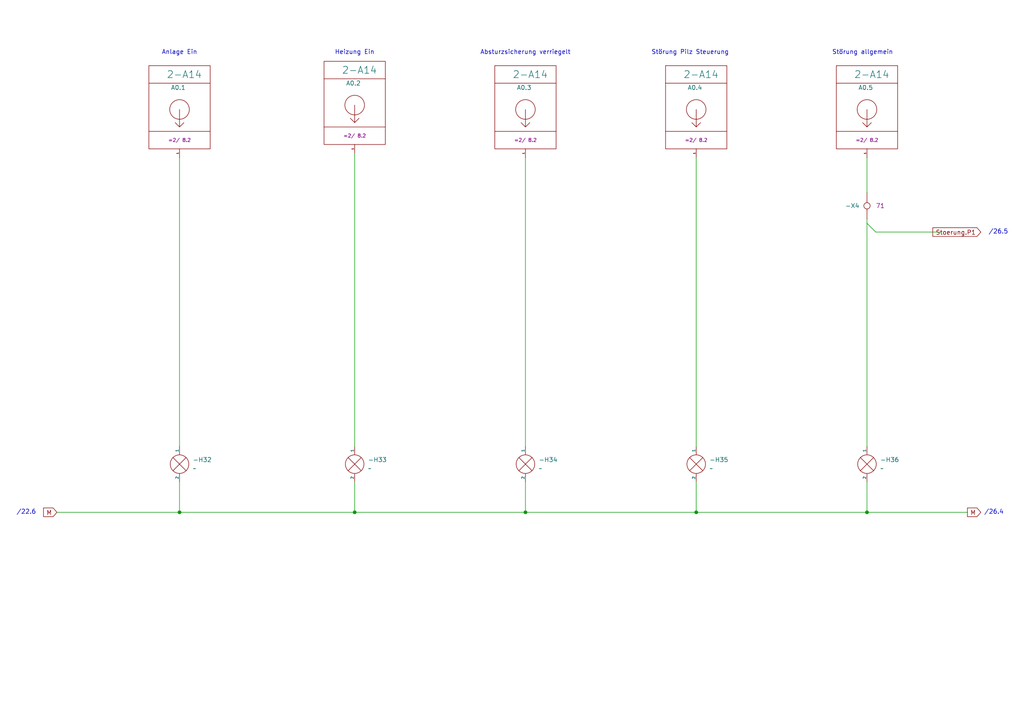
<source format=kicad_sch>
(kicad_sch (version 20250114) (generator "eeschema") (generator_version "9.0")
  (paper "A4")
  (title_block (comment 4 "11"))
  (lib_symbols
    (symbol "standart:Leuchte_(H)" (pin_numbers (hide yes)) (pin_names (offset 0))
      (property "Reference" "-H" (at -5.334 3.81 0))
      (symbol "Leuchte_(H)_0_1"
        (polyline (pts (xy -1.905 1.905) (xy 1.905 -1.905)))
        (polyline (pts (xy -1.905 -1.905) (xy 1.905 1.905)))
        (circle (center 0 0) (radius 2.6941))
      )
      (symbol "Leuchte_(H)_1_1"
        (pin passive line (at 0 5.08 270) (length 2.286) (name "1") (number "1"))
        (pin passive line (at 0 -5.08 90) (length 2.286) (name "2") (number "2"))
      )
    )
    (symbol "standart:PLC_OUT_(A)" (on_board no)
      (property "Reference" "-A" (at -6.35 10.16 0))
      (property "Target" "=Gruppe/ Seite.Pfad" (at 0 -8.89 0))
      (symbol "PLC_OUT_(A)_0_1"
        (rectangle (start -8.89 12.7) (end 8.89 -11.43))
        (polyline (pts (xy -8.89 7.62) (xy 8.89 7.62)))
        (polyline (pts (xy -8.89 -6.35) (xy 8.89 -6.35)))
        (polyline (pts (xy 0 0) (xy 0 -5.08) (xy 1.27 -3.81) (xy 0 -5.08) (xy -1.27 -3.81)))
        (circle (center 0 0) (radius 2.8398))
      )
      (symbol "PLC_OUT_(A)_1_1"
        (pin output line (at 0 -13.97 90) (length 2.54) (name "") (number "1"))
      )
    )
    (symbol "standart:Verbinder_Standart_einfach_(X)" (pin_numbers (hide yes)) (pin_names (offset 0))
      (property "Reference" "-X" (at -4.572 2.794 0))
      (property "Nummer" "x" (at 3.048 3.048 0))
      (symbol "Verbinder_Standart_einfach_(X)_0_1"
        (polyline (pts (xy 0 1.27) (xy 0 1.016)))
        (circle (center 0 0) (radius 0.9158))
        (polyline (pts (xy 0 -1.27) (xy 0 -1.016)))
      )
      (symbol "Verbinder_Standart_einfach_(X)_1_1"
        (pin passive line (at 0 3.81 270) (length 2.54) (name "") (number ""))
        (pin passive line (at 0 -3.81 90) (length 2.54) (name "") (number ""))
      )
    )
  )
  (text "Störung Pilz Steuerung " (at 200.66 15.24 0) (effects (font (size 1.27 1.27))))
  (text "/26.5" (at 289.56 67.31 0) (effects (font (size 1.27 1.27))))
  (text "Störung allgemein" (at 250.19 15.24 0) (effects (font (size 1.27 1.27))))
  (text "Anlage Ein" (at 52.07 15.24 0) (effects (font (size 1.27 1.27))))
  (text "/26.4" (at 288.29 148.59 0) (effects (font (size 1.27 1.27))))
  (text "Absturzsicherung verriegelt" (at 152.4 15.24 0) (effects (font (size 1.27 1.27))))
  (text "/22.6" (at 7.62 148.59 0) (effects (font (size 1.27 1.27))))
  (text "Heizung Ein\n" (at 102.87 15.24 0) (effects (font (size 1.27 1.27))))
  (junction (at 102.87 148.59))
  (junction (at 251.46 148.59))
  (junction (at 52.07 148.59))
  (junction (at 201.93 148.59))
  (junction (at 152.4 148.59))
  (bus_entry (at 251.46 64.77) (size 2.54 2.54))
  (wire (pts (xy 16.51 148.59) (xy 52.07 148.59)))
  (wire (pts (xy 251.46 64.77) (xy 251.46 129.54)))
  (wire (pts (xy 52.07 148.59) (xy 102.87 148.59)))
  (wire (pts (xy 251.46 45.72) (xy 251.46 55.88)))
  (wire (pts (xy 52.07 139.7) (xy 52.07 148.59)))
  (wire (pts (xy 102.87 148.59) (xy 152.4 148.59)))
  (wire (pts (xy 251.46 139.7) (xy 251.46 148.59)))
  (wire (pts (xy 251.46 148.59) (xy 280.67 148.59)))
  (wire (pts (xy 251.46 63.5) (xy 251.46 64.77)))
  (wire (pts (xy 201.93 139.7) (xy 201.93 148.59)))
  (wire (pts (xy 52.07 45.72) (xy 52.07 129.54)))
  (wire (pts (xy 201.93 148.59) (xy 251.46 148.59)))
  (wire (pts (xy 152.4 45.72) (xy 152.4 129.54)))
  (wire (pts (xy 152.4 148.59) (xy 201.93 148.59)))
  (wire (pts (xy 201.93 45.72) (xy 201.93 129.54)))
  (wire (pts (xy 152.4 139.7) (xy 152.4 148.59)))
  (wire (pts (xy 254 67.31) (xy 273.05 67.31)))
  (wire (pts (xy 102.87 139.7) (xy 102.87 148.59)))
  (wire (pts (xy 102.87 44.45) (xy 102.87 129.54)))
  (global_label "Stoerung.P1" (shape input) (at 284.48 67.31 180) (property "Intersheetrefs" "${INTERSHEET_REFS}" (effects (hide yes))))
  (global_label "M" (shape input) (at 284.48 148.59 180) (property "Intersheetrefs" "${INTERSHEET_REFS}" (effects (hide yes))))
  (global_label "M" (shape input) (at 16.51 148.59 180) (property "Intersheetrefs" "${INTERSHEET_REFS}" (effects (hide yes))))
  (symbol (lib_id "standart:PLC_OUT_(A)") (at 201.93 31.75 0) (unit 1) (on_board no)
    (property "Reference" "2-A14" (at 198.12 21.59 0) (effects (font (size 2.032 2.032)) (justify left)))
    (property "Value" "A0.4" (at 199.39 25.4 0) (effects (justify left)))
    (property "Target" "=2/ 8.2" (at 201.93 40.64 0) (effects (font (size 1.016 1.016))))
  )
  (symbol (lib_id "standart:PLC_OUT_(A)") (at 251.46 31.75 0) (unit 1) (on_board no)
    (property "Reference" "2-A14" (at 247.65 21.59 0) (effects (font (size 2.032 2.032)) (justify left)))
    (property "Value" "A0.5" (at 248.92 25.4 0) (effects (justify left)))
    (property "Target" "=2/ 8.2" (at 251.46 40.64 0) (effects (font (size 1.016 1.016))))
  )
  (symbol (lib_id "standart:Leuchte_(H)") (at 102.87 134.62 0) (unit 1)
    (property "Reference" "-H33" (at 106.68 133.3499 0) (effects (justify left)))
    (property "Value" "~" (at 106.68 135.8899 0) (effects (justify left)))
  )
  (symbol (lib_id "standart:Leuchte_(H)") (at 52.07 134.62 0) (unit 1)
    (property "Reference" "-H32" (at 55.88 133.3499 0) (effects (justify left)))
    (property "Value" "~" (at 55.88 135.8899 0) (effects (justify left)))
  )
  (symbol (lib_id "standart:PLC_OUT_(A)") (at 52.07 31.75 0) (unit 1) (on_board no)
    (property "Reference" "2-A14" (at 48.26 21.59 0) (effects (font (size 2.032 2.032)) (justify left)))
    (property "Value" "A0.1" (at 49.53 25.4 0) (effects (justify left)))
    (property "Target" "=2/ 8.2" (at 52.07 40.64 0) (effects (font (size 1.016 1.016))))
  )
  (symbol (lib_id "standart:Leuchte_(H)") (at 201.93 134.62 0) (unit 1)
    (property "Reference" "-H35" (at 205.74 133.3499 0) (effects (justify left)))
    (property "Value" "~" (at 205.74 135.8899 0) (effects (justify left)))
  )
  (symbol (lib_id "standart:Leuchte_(H)") (at 251.46 134.62 0) (unit 1)
    (property "Reference" "-H36" (at 255.27 133.3499 0) (effects (justify left)))
    (property "Value" "~" (at 255.27 135.8899 0) (effects (justify left)))
  )
  (symbol (lib_id "standart:Verbinder_Standart_einfach_(X)") (at 251.46 59.69 0) (unit 1)
    (property "Reference" "-X4" (at 245.11 59.69 0) (effects (justify left)))
    (property "Nummer" "71" (at 254 59.69 0) (effects (justify left)))
  )
  (symbol (lib_id "standart:PLC_OUT_(A)") (at 102.87 30.48 0) (unit 1) (on_board no)
    (property "Reference" "2-A14" (at 99.06 20.32 0) (effects (font (size 2.032 2.032)) (justify left)))
    (property "Value" "A0.2" (at 100.33 24.13 0) (effects (justify left)))
    (property "Target" "=2/ 8.2" (at 102.87 39.37 0) (effects (font (size 1.016 1.016))))
  )
  (symbol (lib_id "standart:PLC_OUT_(A)") (at 152.4 31.75 0) (unit 1) (on_board no)
    (property "Reference" "2-A14" (at 148.59 21.59 0) (effects (font (size 2.032 2.032)) (justify left)))
    (property "Value" "A0.3" (at 149.86 25.4 0) (effects (justify left)))
    (property "Target" "=2/ 8.2" (at 152.4 40.64 0) (effects (font (size 1.016 1.016))))
  )
  (symbol (lib_id "standart:Leuchte_(H)") (at 152.4 134.62 0) (unit 1)
    (property "Reference" "-H34" (at 156.21 133.3499 0) (effects (justify left)))
    (property "Value" "~" (at 156.21 135.8899 0) (effects (justify left)))
  )
  (sheet (at 323.85 0) (size 344.17 222.25) (stroke (width 0.1524))
    (property "Sheetname" "6-Fach Bedienpult +P1" (at 323.85 -0.7116 0) (effects (justify left bottom)))
    (property "Sheetfile" "6-Fach Bedienpult +P1.kicad_sch" (at 323.85 222.8346 0) (effects (justify left top)))
  )
)
</source>
